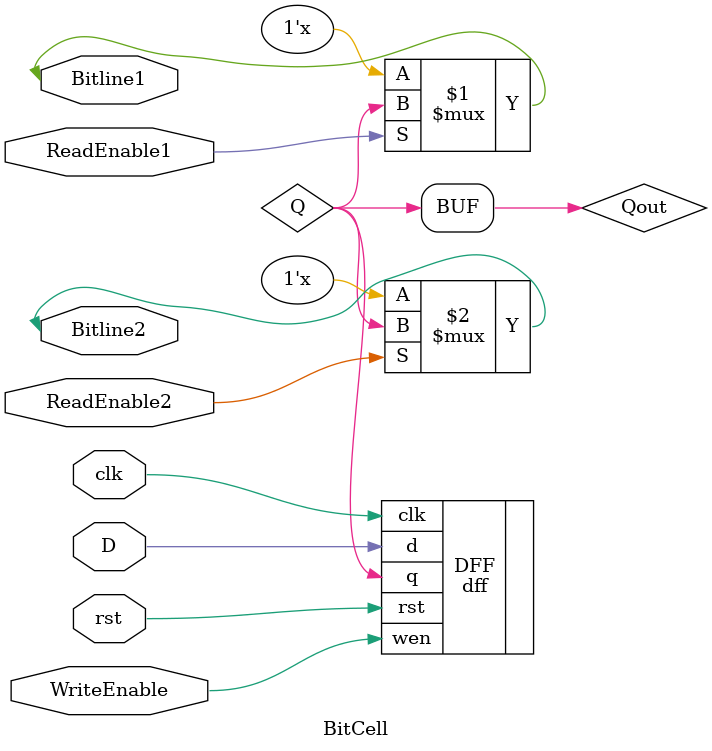
<source format=v>
module BitCell( input clk,  input rst, input D, input WriteEnable, input ReadEnable1, input ReadEnable2, inout Bitline1, inout Bitline2);
wire Q,Qout;
dff DFF(.q(Q), .d(D), .wen(WriteEnable), .clk(clk), .rst(rst));
assign Qout = Q;
//assign Qout = WriteEnable?D:Q;
bufif1 buf1(Bitline1,Qout,ReadEnable1);
bufif1 buf2(Bitline2,Qout,ReadEnable2);
endmodule

</source>
